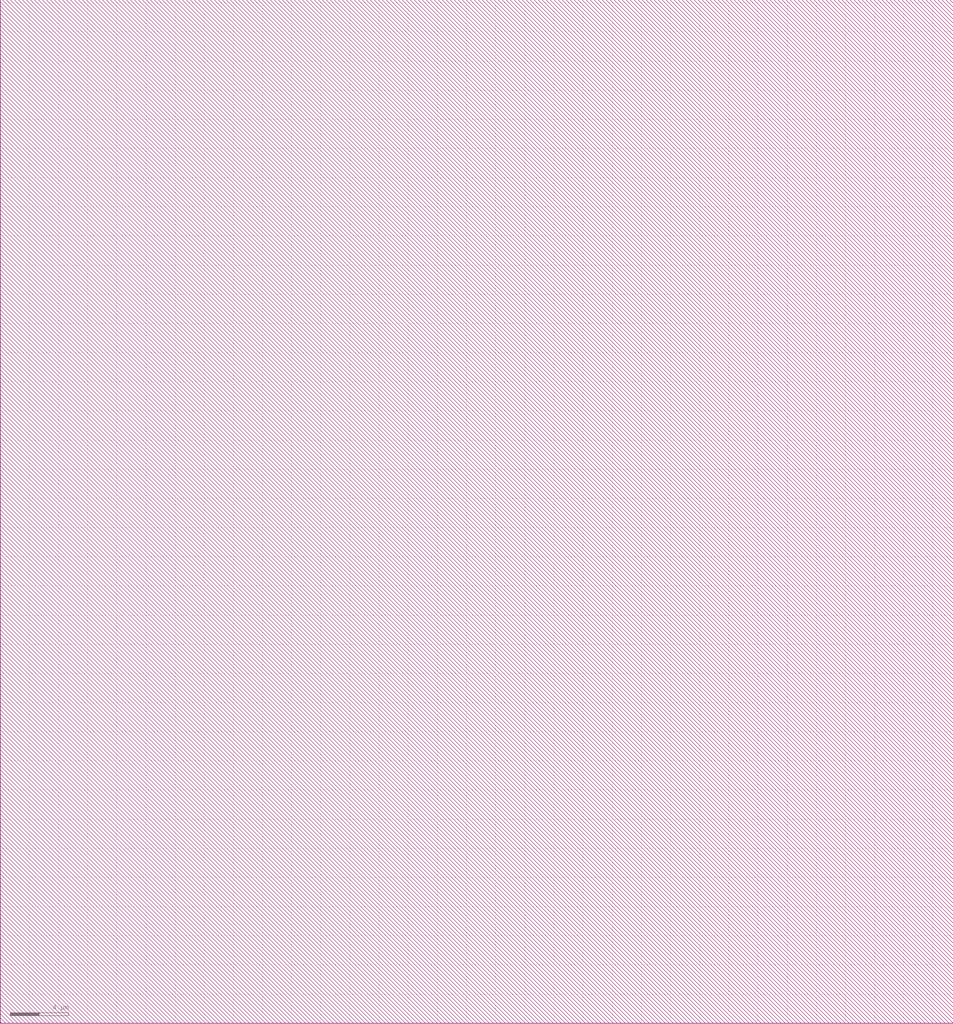
<source format=lef>
VERSION 5.6 ;

BUSBITCHARS "[]" ;

DIVIDERCHAR "/" ;

UNITS
    DATABASE MICRONS 1000 ;
END UNITS

MANUFACTURINGGRID 0.005000 ; 

CLEARANCEMEASURE EUCLIDEAN ; 

USEMINSPACING OBS ON ; 

SITE CoreSite
    CLASS CORE ;
    SIZE 0.600000 BY 0.300000 ;
END CoreSite

LAYER li
   TYPE ROUTING ;
   DIRECTION VERTICAL ;
   MINWIDTH 0.300000 ;
   AREA 0.056250 ;
   WIDTH 0.300000 ;
   SPACINGTABLE
      PARALLELRUNLENGTH 0.0
      WIDTH 0.0 0.225000 ;
   PITCH 0.600000 0.600000 ;
END li

LAYER mcon
    TYPE CUT ;
    SPACING 0.225000 ;
    WIDTH 0.300000 ;
    ENCLOSURE ABOVE 0.075000 0.075000 ;
    ENCLOSURE BELOW 0.000000 0.000000 ;
END mcon

LAYER met1
   TYPE ROUTING ;
   DIRECTION HORIZONTAL ;
   MINWIDTH 0.150000 ;
   AREA 0.084375 ;
   WIDTH 0.150000 ;
   SPACINGTABLE
      PARALLELRUNLENGTH 0.0
      WIDTH 0.0 0.150000 ;
   PITCH 0.300000 0.300000 ;
END met1

LAYER v1
    TYPE CUT ;
    SPACING 0.075000 ;
    WIDTH 0.300000 ;
    ENCLOSURE ABOVE 0.075000 0.075000 ;
    ENCLOSURE BELOW 0.075000 0.075000 ;
END v1

LAYER met2
   TYPE ROUTING ;
   DIRECTION VERTICAL ;
   MINWIDTH 0.150000 ;
   AREA 0.073125 ;
   WIDTH 0.150000 ;
   SPACINGTABLE
      PARALLELRUNLENGTH 0.0
      WIDTH 0.0 0.150000 ;
   PITCH 0.300000 0.300000 ;
END met2

LAYER v2
    TYPE CUT ;
    SPACING 0.150000 ;
    WIDTH 0.300000 ;
    ENCLOSURE ABOVE 0.075000 0.075000 ;
    ENCLOSURE BELOW 0.075000 0.000000 ;
END v2

LAYER met3
   TYPE ROUTING ;
   DIRECTION HORIZONTAL ;
   MINWIDTH 0.300000 ;
   AREA 0.241875 ;
   WIDTH 0.300000 ;
   SPACINGTABLE
      PARALLELRUNLENGTH 0.0
      WIDTH 0.0 0.300000 ;
   PITCH 0.600000 0.600000 ;
END met3

LAYER v3
    TYPE CUT ;
    SPACING 0.150000 ;
    WIDTH 0.450000 ;
    ENCLOSURE ABOVE 0.075000 0.075000 ;
    ENCLOSURE BELOW 0.075000 0.000000 ;
END v3

LAYER met4
   TYPE ROUTING ;
   DIRECTION VERTICAL ;
   MINWIDTH 0.300000 ;
   AREA 0.241875 ;
   WIDTH 0.300000 ;
   SPACINGTABLE
      PARALLELRUNLENGTH 0.0
      WIDTH 0.0 0.300000 ;
   PITCH 0.600000 0.600000 ;
END met4

LAYER v4
    TYPE CUT ;
    SPACING 0.450000 ;
    WIDTH 1.200000 ;
    ENCLOSURE ABOVE 0.150000 0.150000 ;
    ENCLOSURE BELOW 0.000000 0.000000 ;
END v4

LAYER met5
   TYPE ROUTING ;
   DIRECTION HORIZONTAL ;
   MINWIDTH 1.650000 ;
   AREA 4.005000 ;
   WIDTH 1.650000 ;
   SPACINGTABLE
      PARALLELRUNLENGTH 0.0
      WIDTH 0.0 1.650000 ;
   PITCH 3.300000 3.300000 ;
END met5

LAYER OVERLAP
   TYPE OVERLAP ;
END OVERLAP

VIA mcon_C DEFAULT
   LAYER li ;
     RECT -0.150000 -0.150000 0.150000 0.150000 ;
   LAYER mcon ;
     RECT -0.150000 -0.150000 0.150000 0.150000 ;
   LAYER met1 ;
     RECT -0.225000 -0.225000 0.225000 0.225000 ;
END mcon_C

VIA v1_C DEFAULT
   LAYER met1 ;
     RECT -0.225000 -0.225000 0.225000 0.225000 ;
   LAYER v1 ;
     RECT -0.150000 -0.150000 0.150000 0.150000 ;
   LAYER met2 ;
     RECT -0.225000 -0.225000 0.225000 0.225000 ;
END v1_C

VIA v2_C DEFAULT
   LAYER met2 ;
     RECT -0.150000 -0.225000 0.150000 0.225000 ;
   LAYER v2 ;
     RECT -0.150000 -0.150000 0.150000 0.150000 ;
   LAYER met3 ;
     RECT -0.225000 -0.225000 0.225000 0.225000 ;
END v2_C

VIA v2_Ch
   LAYER met2 ;
     RECT -0.225000 -0.150000 0.225000 0.150000 ;
   LAYER v2 ;
     RECT -0.150000 -0.150000 0.150000 0.150000 ;
   LAYER met3 ;
     RECT -0.225000 -0.225000 0.225000 0.225000 ;
END v2_Ch

VIA v2_Cv
   LAYER met2 ;
     RECT -0.150000 -0.225000 0.150000 0.225000 ;
   LAYER v2 ;
     RECT -0.150000 -0.150000 0.150000 0.150000 ;
   LAYER met3 ;
     RECT -0.225000 -0.225000 0.225000 0.225000 ;
END v2_Cv

VIA v3_C DEFAULT
   LAYER met3 ;
     RECT -0.300000 -0.225000 0.300000 0.225000 ;
   LAYER v3 ;
     RECT -0.225000 -0.225000 0.225000 0.225000 ;
   LAYER met4 ;
     RECT -0.300000 -0.300000 0.300000 0.300000 ;
END v3_C

VIA v3_Ch
   LAYER met3 ;
     RECT -0.300000 -0.225000 0.300000 0.225000 ;
   LAYER v3 ;
     RECT -0.225000 -0.225000 0.225000 0.225000 ;
   LAYER met4 ;
     RECT -0.300000 -0.300000 0.300000 0.300000 ;
END v3_Ch

VIA v3_Cv
   LAYER met3 ;
     RECT -0.300000 -0.225000 0.300000 0.225000 ;
   LAYER v3 ;
     RECT -0.225000 -0.225000 0.225000 0.225000 ;
   LAYER met4 ;
     RECT -0.300000 -0.300000 0.300000 0.300000 ;
END v3_Cv

VIA v4_C DEFAULT
   LAYER met4 ;
     RECT -0.600000 -0.600000 0.600000 0.600000 ;
   LAYER v4 ;
     RECT -0.600000 -0.600000 0.600000 0.600000 ;
   LAYER met5 ;
     RECT -0.750000 -0.750000 0.750000 0.750000 ;
END v4_C

MACRO _0_0cell_0_0ginvx0
    CLASS CORE ;
    FOREIGN _0_0cell_0_0ginvx0 0.000000 0.000000 ;
    ORIGIN 0.000000 0.000000 ;
    SIZE 2.400000 BY 2.700000 ;
    SYMMETRY X Y ;
    SITE CoreSite ;
    PIN in_50_6
        DIRECTION INPUT ;
        USE SIGNAL ;
        PORT
        LAYER li ;
        RECT 0.600000 2.100000 0.900000 2.400000 ;
        END
    END in_50_6
    PIN out
        DIRECTION OUTPUT ;
        USE SIGNAL ;
        PORT
        LAYER li ;
        RECT 0.600000 0.300000 0.900000 0.600000 ;
        END
        ANTENNADIFFAREA 0.393750 ;
    END out
    PIN Vdd
        DIRECTION INPUT ;
        USE POWER ;
        PORT
        LAYER li ;
        RECT 1.200000 2.100000 1.500000 2.400000 ;
        END
        ANTENNADIFFAREA 0.225000 ;
    END Vdd
    PIN GND
        DIRECTION INPUT ;
        USE GROUND ;
        PORT
        LAYER li ;
        RECT 1.800000 2.100000 2.100000 2.400000 ;
        END
        ANTENNADIFFAREA 0.168750 ;
    END GND
END _0_0cell_0_0ginvx0

MACRO _0_0cell_0_0g0n1n2n3naaa_04256aaaox0
    CLASS CORE ;
    FOREIGN _0_0cell_0_0g0n1n2n3naaa_04256aaaox0 0.000000 0.000000 ;
    ORIGIN 0.000000 0.000000 ;
    SIZE 9.600000 BY 5.400000 ;
    SYMMETRY X Y ;
    SITE CoreSite ;
    PIN in_50_6
        DIRECTION INPUT ;
        USE SIGNAL ;
        PORT
        LAYER li ;
        RECT 0.600000 4.800000 0.900000 5.100000 ;
        END
    END in_50_6
    PIN in_51_6
        DIRECTION INPUT ;
        USE SIGNAL ;
        PORT
        LAYER li ;
        RECT 1.200000 4.800000 1.500000 5.100000 ;
        END
    END in_51_6
    PIN in_52_6
        DIRECTION INPUT ;
        USE SIGNAL ;
        PORT
        LAYER li ;
        RECT 1.800000 4.800000 2.100000 5.100000 ;
        END
    END in_52_6
    PIN in_53_6
        DIRECTION INPUT ;
        USE SIGNAL ;
        PORT
        LAYER li ;
        RECT 2.400000 4.800000 2.700000 5.100000 ;
        END
    END in_53_6
    PIN in_54_6
        DIRECTION INPUT ;
        USE SIGNAL ;
        PORT
        LAYER li ;
        RECT 3.000000 4.800000 3.300000 5.100000 ;
        END
    END in_54_6
    PIN in_55_6
        DIRECTION INPUT ;
        USE SIGNAL ;
        PORT
        LAYER li ;
        RECT 3.600000 4.800000 3.900000 5.100000 ;
        END
    END in_55_6
    PIN in_56_6
        DIRECTION INPUT ;
        USE SIGNAL ;
        PORT
        LAYER li ;
        RECT 4.200000 4.800000 4.500000 5.100000 ;
        END
    END in_56_6
    PIN out
        DIRECTION OUTPUT ;
        USE SIGNAL ;
        PORT
        LAYER li ;
        RECT 0.600000 0.300000 0.900000 0.600000 ;
        END
        ANTENNADIFFAREA 1.293750 ;
    END out
    PIN Vdd
        DIRECTION INPUT ;
        USE POWER ;
        PORT
        LAYER li ;
        RECT 4.800000 4.800000 5.100000 5.100000 ;
        END
        ANTENNADIFFAREA 0.843750 ;
    END Vdd
    PIN GND
        DIRECTION INPUT ;
        USE GROUND ;
        PORT
        LAYER li ;
        RECT 5.400000 4.800000 5.700000 5.100000 ;
        END
        ANTENNADIFFAREA 0.270000 ;
    END GND
    OBS
      LAYER li ;
         RECT 0.600000 1.800000 8.925000 3.525000 ;
    END
END _0_0cell_0_0g0n1n2n3naaa_04256aaaox0

MACRO _0_0cell_0_0g0n1n2n3n4naaao_025a4267aaooax0
    CLASS CORE ;
    FOREIGN _0_0cell_0_0g0n1n2n3n4naaao_025a4267aaooax0 0.000000 0.000000 ;
    ORIGIN 0.000000 0.000000 ;
    SIZE 12.600000 BY 6.000000 ;
    SYMMETRY X Y ;
    SITE CoreSite ;
    PIN in_50_6
        DIRECTION INPUT ;
        USE SIGNAL ;
        PORT
        LAYER li ;
        RECT 0.600000 5.400000 0.900000 5.700000 ;
        END
    END in_50_6
    PIN in_51_6
        DIRECTION INPUT ;
        USE SIGNAL ;
        PORT
        LAYER li ;
        RECT 1.800000 5.400000 2.100000 5.700000 ;
        END
    END in_51_6
    PIN in_52_6
        DIRECTION INPUT ;
        USE SIGNAL ;
        PORT
        LAYER li ;
        RECT 3.000000 5.400000 3.300000 5.700000 ;
        END
    END in_52_6
    PIN in_53_6
        DIRECTION INPUT ;
        USE SIGNAL ;
        PORT
        LAYER li ;
        RECT 4.200000 5.400000 4.500000 5.700000 ;
        END
    END in_53_6
    PIN in_54_6
        DIRECTION INPUT ;
        USE SIGNAL ;
        PORT
        LAYER li ;
        RECT 5.400000 5.400000 5.700000 5.700000 ;
        END
    END in_54_6
    PIN in_55_6
        DIRECTION INPUT ;
        USE SIGNAL ;
        PORT
        LAYER li ;
        RECT 6.600000 5.400000 6.900000 5.700000 ;
        END
    END in_55_6
    PIN in_56_6
        DIRECTION INPUT ;
        USE SIGNAL ;
        PORT
        LAYER li ;
        RECT 7.800000 5.400000 8.100000 5.700000 ;
        END
    END in_56_6
    PIN in_57_6
        DIRECTION INPUT ;
        USE SIGNAL ;
        PORT
        LAYER li ;
        RECT 9.000000 5.400000 9.300000 5.700000 ;
        END
    END in_57_6
    PIN out
        DIRECTION OUTPUT ;
        USE SIGNAL ;
        PORT
        LAYER li ;
        RECT 0.600000 0.300000 0.900000 0.600000 ;
        END
        ANTENNADIFFAREA 2.182500 ;
    END out
    PIN Vdd
        DIRECTION INPUT ;
        USE POWER ;
        PORT
        LAYER li ;
        RECT 10.200000 5.400000 10.500000 5.700000 ;
        END
        ANTENNADIFFAREA 0.236250 ;
    END Vdd
    PIN GND
        DIRECTION INPUT ;
        USE GROUND ;
        PORT
        LAYER li ;
        RECT 11.400000 5.400000 11.700000 5.700000 ;
        END
        ANTENNADIFFAREA 0.618750 ;
    END GND
    OBS
      LAYER li ;
         RECT 0.600000 1.800000 11.925000 4.125000 ;
    END
END _0_0cell_0_0g0n1n2n3n4naaao_025a4267aaooax0

MACRO _0_0cell_0_0g0n1n2n3naaa_02ox0
    CLASS CORE ;
    FOREIGN _0_0cell_0_0g0n1n2n3naaa_02ox0 0.000000 0.000000 ;
    ORIGIN 0.000000 0.000000 ;
    SIZE 9.000000 BY 4.500000 ;
    SYMMETRY X Y ;
    SITE CoreSite ;
    PIN in_50_6
        DIRECTION INPUT ;
        USE SIGNAL ;
        PORT
        LAYER li ;
        RECT 0.600000 3.900000 0.900000 4.200000 ;
        END
    END in_50_6
    PIN in_51_6
        DIRECTION INPUT ;
        USE SIGNAL ;
        PORT
        LAYER li ;
        RECT 1.800000 3.900000 2.100000 4.200000 ;
        END
    END in_51_6
    PIN in_52_6
        DIRECTION INPUT ;
        USE SIGNAL ;
        PORT
        LAYER li ;
        RECT 3.000000 3.900000 3.300000 4.200000 ;
        END
    END in_52_6
    PIN in_53_6
        DIRECTION INPUT ;
        USE SIGNAL ;
        PORT
        LAYER li ;
        RECT 4.200000 3.900000 4.500000 4.200000 ;
        END
    END in_53_6
    PIN out
        DIRECTION OUTPUT ;
        USE SIGNAL ;
        PORT
        LAYER li ;
        RECT 0.600000 0.300000 0.900000 0.600000 ;
        END
        ANTENNADIFFAREA 1.518750 ;
    END out
    PIN Vdd
        DIRECTION INPUT ;
        USE POWER ;
        PORT
        LAYER li ;
        RECT 5.400000 3.900000 5.700000 4.200000 ;
        END
        ANTENNADIFFAREA 0.843750 ;
    END Vdd
    PIN GND
        DIRECTION INPUT ;
        USE GROUND ;
        PORT
        LAYER li ;
        RECT 6.600000 3.900000 6.900000 4.200000 ;
        END
        ANTENNADIFFAREA 0.337500 ;
    END GND
    OBS
      LAYER li ;
         RECT 0.600000 1.800000 8.325000 2.625000 ;
    END
END _0_0cell_0_0g0n1n2n3naaa_02ox0

MACRO _0_0cell_0_0g0n1n2n3n4n5naaaaa_0653aaox0
    CLASS CORE ;
    FOREIGN _0_0cell_0_0g0n1n2n3n4n5naaaaa_0653aaox0 0.000000 0.000000 ;
    ORIGIN 0.000000 0.000000 ;
    SIZE 10.800000 BY 6.000000 ;
    SYMMETRY X Y ;
    SITE CoreSite ;
    PIN in_50_6
        DIRECTION INPUT ;
        USE SIGNAL ;
        PORT
        LAYER li ;
        RECT 0.600000 5.400000 0.900000 5.700000 ;
        END
    END in_50_6
    PIN in_51_6
        DIRECTION INPUT ;
        USE SIGNAL ;
        PORT
        LAYER li ;
        RECT 1.800000 5.400000 2.100000 5.700000 ;
        END
    END in_51_6
    PIN in_52_6
        DIRECTION INPUT ;
        USE SIGNAL ;
        PORT
        LAYER li ;
        RECT 3.000000 5.400000 3.300000 5.700000 ;
        END
    END in_52_6
    PIN in_53_6
        DIRECTION INPUT ;
        USE SIGNAL ;
        PORT
        LAYER li ;
        RECT 4.200000 5.400000 4.500000 5.700000 ;
        END
    END in_53_6
    PIN in_54_6
        DIRECTION INPUT ;
        USE SIGNAL ;
        PORT
        LAYER li ;
        RECT 5.400000 5.400000 5.700000 5.700000 ;
        END
    END in_54_6
    PIN in_55_6
        DIRECTION INPUT ;
        USE SIGNAL ;
        PORT
        LAYER li ;
        RECT 6.600000 5.400000 6.900000 5.700000 ;
        END
    END in_55_6
    PIN in_56_6
        DIRECTION INPUT ;
        USE SIGNAL ;
        PORT
        LAYER li ;
        RECT 7.800000 5.400000 8.100000 5.700000 ;
        END
    END in_56_6
    PIN out
        DIRECTION OUTPUT ;
        USE SIGNAL ;
        PORT
        LAYER li ;
        RECT 0.600000 0.300000 0.900000 0.600000 ;
        END
        ANTENNADIFFAREA 2.193750 ;
    END out
    PIN Vdd
        DIRECTION INPUT ;
        USE POWER ;
        PORT
        LAYER li ;
        RECT 9.000000 5.400000 9.300000 5.700000 ;
        END
        ANTENNADIFFAREA 1.181250 ;
    END Vdd
    PIN GND
        DIRECTION INPUT ;
        USE GROUND ;
        PORT
        LAYER li ;
        RECT 10.200000 5.400000 10.500000 5.700000 ;
        END
        ANTENNADIFFAREA 0.270000 ;
    END GND
    OBS
      LAYER li ;
         RECT 0.600000 1.800000 10.125000 4.125000 ;
    END
END _0_0cell_0_0g0n1n2n3n4n5naaaaa_0653aaox0

MACRO _0_0cell_0_0g0n1n2n3n4naaaa_0536aaox0
    CLASS CORE ;
    FOREIGN _0_0cell_0_0g0n1n2n3n4naaaa_0536aaox0 0.000000 0.000000 ;
    ORIGIN 0.000000 0.000000 ;
    SIZE 9.600000 BY 5.700000 ;
    SYMMETRY X Y ;
    SITE CoreSite ;
    PIN in_50_6
        DIRECTION INPUT ;
        USE SIGNAL ;
        PORT
        LAYER li ;
        RECT 0.600000 5.100000 0.900000 5.400000 ;
        END
    END in_50_6
    PIN in_51_6
        DIRECTION INPUT ;
        USE SIGNAL ;
        PORT
        LAYER li ;
        RECT 1.200000 5.100000 1.500000 5.400000 ;
        END
    END in_51_6
    PIN in_52_6
        DIRECTION INPUT ;
        USE SIGNAL ;
        PORT
        LAYER li ;
        RECT 1.800000 5.100000 2.100000 5.400000 ;
        END
    END in_52_6
    PIN in_53_6
        DIRECTION INPUT ;
        USE SIGNAL ;
        PORT
        LAYER li ;
        RECT 2.400000 5.100000 2.700000 5.400000 ;
        END
    END in_53_6
    PIN in_54_6
        DIRECTION INPUT ;
        USE SIGNAL ;
        PORT
        LAYER li ;
        RECT 3.000000 5.100000 3.300000 5.400000 ;
        END
    END in_54_6
    PIN in_55_6
        DIRECTION INPUT ;
        USE SIGNAL ;
        PORT
        LAYER li ;
        RECT 3.600000 5.100000 3.900000 5.400000 ;
        END
    END in_55_6
    PIN in_56_6
        DIRECTION INPUT ;
        USE SIGNAL ;
        PORT
        LAYER li ;
        RECT 4.200000 5.100000 4.500000 5.400000 ;
        END
    END in_56_6
    PIN out
        DIRECTION OUTPUT ;
        USE SIGNAL ;
        PORT
        LAYER li ;
        RECT 0.600000 0.300000 0.900000 0.600000 ;
        END
        ANTENNADIFFAREA 1.361250 ;
    END out
    PIN Vdd
        DIRECTION INPUT ;
        USE POWER ;
        PORT
        LAYER li ;
        RECT 4.800000 5.100000 5.100000 5.400000 ;
        END
        ANTENNADIFFAREA 1.023750 ;
    END Vdd
    PIN GND
        DIRECTION INPUT ;
        USE GROUND ;
        PORT
        LAYER li ;
        RECT 5.400000 5.100000 5.700000 5.400000 ;
        END
        ANTENNADIFFAREA 0.270000 ;
    END GND
    OBS
      LAYER li ;
         RECT 0.600000 1.800000 8.925000 3.825000 ;
    END
END _0_0cell_0_0g0n1n2n3n4naaaa_0536aaox0

MACRO _0_0cell_0_0ginvx1
    CLASS CORE ;
    FOREIGN _0_0cell_0_0ginvx1 0.000000 0.000000 ;
    ORIGIN 0.000000 0.000000 ;
    SIZE 2.400000 BY 3.000000 ;
    SYMMETRY X Y ;
    SITE CoreSite ;
    PIN in_50_6
        DIRECTION INPUT ;
        USE SIGNAL ;
        PORT
        LAYER li ;
        RECT 0.600000 2.400000 0.900000 2.700000 ;
        END
    END in_50_6
    PIN out
        DIRECTION OUTPUT ;
        USE SIGNAL ;
        PORT
        LAYER li ;
        RECT 0.600000 0.300000 0.900000 0.600000 ;
        END
        ANTENNADIFFAREA 0.450000 ;
    END out
    PIN Vdd
        DIRECTION INPUT ;
        USE POWER ;
        PORT
        LAYER li ;
        RECT 1.200000 2.400000 1.500000 2.700000 ;
        END
        ANTENNADIFFAREA 0.281250 ;
    END Vdd
    PIN GND
        DIRECTION INPUT ;
        USE GROUND ;
        PORT
        LAYER li ;
        RECT 1.800000 2.400000 2.100000 2.700000 ;
        END
        ANTENNADIFFAREA 0.168750 ;
    END GND
END _0_0cell_0_0ginvx1

MACRO _0_0cell_0_0g0n1n2naa_032aox0
    CLASS CORE ;
    FOREIGN _0_0cell_0_0g0n1n2naa_032aox0 0.000000 0.000000 ;
    ORIGIN 0.000000 0.000000 ;
    SIZE 9.000000 BY 4.200000 ;
    SYMMETRY X Y ;
    SITE CoreSite ;
    PIN in_50_6
        DIRECTION INPUT ;
        USE SIGNAL ;
        PORT
        LAYER li ;
        RECT 0.600000 3.600000 0.900000 3.900000 ;
        END
    END in_50_6
    PIN in_51_6
        DIRECTION INPUT ;
        USE SIGNAL ;
        PORT
        LAYER li ;
        RECT 1.800000 3.600000 2.100000 3.900000 ;
        END
    END in_51_6
    PIN in_52_6
        DIRECTION INPUT ;
        USE SIGNAL ;
        PORT
        LAYER li ;
        RECT 3.000000 3.600000 3.300000 3.900000 ;
        END
    END in_52_6
    PIN in_53_6
        DIRECTION INPUT ;
        USE SIGNAL ;
        PORT
        LAYER li ;
        RECT 4.200000 3.600000 4.500000 3.900000 ;
        END
    END in_53_6
    PIN out
        DIRECTION OUTPUT ;
        USE SIGNAL ;
        PORT
        LAYER li ;
        RECT 0.600000 0.300000 0.900000 0.600000 ;
        END
        ANTENNADIFFAREA 0.911250 ;
    END out
    PIN Vdd
        DIRECTION INPUT ;
        USE POWER ;
        PORT
        LAYER li ;
        RECT 5.400000 3.600000 5.700000 3.900000 ;
        END
        ANTENNADIFFAREA 0.686250 ;
    END Vdd
    PIN GND
        DIRECTION INPUT ;
        USE GROUND ;
        PORT
        LAYER li ;
        RECT 6.600000 3.600000 6.900000 3.900000 ;
        END
        ANTENNADIFFAREA 0.270000 ;
    END GND
    OBS
      LAYER li ;
         RECT 0.600000 1.800000 8.325000 2.325000 ;
    END
END _0_0cell_0_0g0n1n2naa_032aox0

MACRO _0_0cell_0_0g0n1n2na3n2n4n5naaa2n6n7naaooa_082a92aoox0
    CLASS CORE ;
    FOREIGN _0_0cell_0_0g0n1n2na3n2n4n5naaa2n6n7naaooa_082a92aoox0 0.000000 0.000000 ;
    ORIGIN 0.000000 0.000000 ;
    SIZE 12.600000 BY 6.000000 ;
    SYMMETRY X Y ;
    SITE CoreSite ;
    PIN in_50_6
        DIRECTION INPUT ;
        USE SIGNAL ;
        PORT
        LAYER li ;
        RECT 0.600000 5.400000 0.900000 5.700000 ;
        END
    END in_50_6
    PIN in_51_6
        DIRECTION INPUT ;
        USE SIGNAL ;
        PORT
        LAYER li ;
        RECT 1.200000 5.400000 1.500000 5.700000 ;
        END
    END in_51_6
    PIN in_52_6
        DIRECTION INPUT ;
        USE SIGNAL ;
        PORT
        LAYER li ;
        RECT 1.800000 5.400000 2.100000 5.700000 ;
        END
    END in_52_6
    PIN in_53_6
        DIRECTION INPUT ;
        USE SIGNAL ;
        PORT
        LAYER li ;
        RECT 2.400000 5.400000 2.700000 5.700000 ;
        END
    END in_53_6
    PIN in_54_6
        DIRECTION INPUT ;
        USE SIGNAL ;
        PORT
        LAYER li ;
        RECT 3.000000 5.400000 3.300000 5.700000 ;
        END
    END in_54_6
    PIN in_55_6
        DIRECTION INPUT ;
        USE SIGNAL ;
        PORT
        LAYER li ;
        RECT 3.600000 5.400000 3.900000 5.700000 ;
        END
    END in_55_6
    PIN in_56_6
        DIRECTION INPUT ;
        USE SIGNAL ;
        PORT
        LAYER li ;
        RECT 4.200000 5.400000 4.500000 5.700000 ;
        END
    END in_56_6
    PIN in_57_6
        DIRECTION INPUT ;
        USE SIGNAL ;
        PORT
        LAYER li ;
        RECT 4.800000 5.400000 5.100000 5.700000 ;
        END
    END in_57_6
    PIN in_58_6
        DIRECTION INPUT ;
        USE SIGNAL ;
        PORT
        LAYER li ;
        RECT 5.400000 5.400000 5.700000 5.700000 ;
        END
    END in_58_6
    PIN in_59_6
        DIRECTION INPUT ;
        USE SIGNAL ;
        PORT
        LAYER li ;
        RECT 6.000000 5.400000 6.300000 5.700000 ;
        END
    END in_59_6
    PIN out
        DIRECTION OUTPUT ;
        USE SIGNAL ;
        PORT
        LAYER li ;
        RECT 0.600000 0.300000 0.900000 0.600000 ;
        END
        ANTENNADIFFAREA 2.137500 ;
    END out
    PIN Vdd
        DIRECTION INPUT ;
        USE POWER ;
        PORT
        LAYER li ;
        RECT 6.600000 5.400000 6.900000 5.700000 ;
        END
        ANTENNADIFFAREA 1.023750 ;
    END Vdd
    PIN GND
        DIRECTION INPUT ;
        USE GROUND ;
        PORT
        LAYER li ;
        RECT 7.200000 5.400000 7.500000 5.700000 ;
        END
        ANTENNADIFFAREA 0.551250 ;
    END GND
    OBS
      LAYER li ;
         RECT 0.600000 1.800000 11.925000 4.125000 ;
    END
END _0_0cell_0_0g0n1n2na3n2n4n5naaa2n6n7naaooa_082a92aoox0

MACRO welltap_svt
    CLASS CORE WELLTAP ;
    FOREIGN welltap_svt 0.000000 0.000000 ;
    ORIGIN 0.000000 0.000000 ;
    SIZE 1.200000 BY 2.100000 ;
    SYMMETRY X Y ;
    SITE CoreSite ;
    PIN Vdd
        DIRECTION INPUT ;
        USE POWER ;
        PORT
        LAYER li ;
        RECT 0.600000 1.500000 0.900000 1.800000 ;
        END
    END Vdd
    PIN GND
        DIRECTION INPUT ;
        USE GROUND ;
        PORT
        LAYER li ;
        RECT 0.600000 0.300000 0.900000 0.600000 ;
        END
    END GND
END welltap_svt

MACRO circuitppnp
   CLASS CORE ;
   FOREIGN circuitppnp 0.000000 0.000000 ;
   ORIGIN 0.000000 0.000000 ; 
   SIZE 65.400000 BY 70.200000 ; 
   SYMMETRY X Y ;
   SITE CoreSite ;
END circuitppnp

MACRO circuitwell
   CLASS CORE ;
   FOREIGN circuitwell 0.000000 0.000000 ;
   ORIGIN 0.000000 0.000000 ; 
   SIZE 65.400000 BY 70.200000 ; 
   SYMMETRY X Y ;
   SITE CoreSite ;
END circuitwell


</source>
